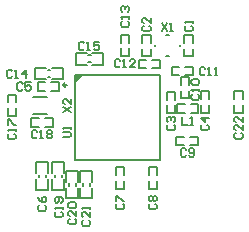
<source format=gto>
G04*
G04 #@! TF.GenerationSoftware,Altium Limited,Altium Designer,21.0.9 (235)*
G04*
G04 Layer_Color=65535*
%FSLAX24Y24*%
%MOIN*%
G70*
G04*
G04 #@! TF.SameCoordinates,252E0407-F01B-489A-8E28-3A3A9F272942*
G04*
G04*
G04 #@! TF.FilePolarity,Positive*
G04*
G01*
G75*
%ADD10C,0.0098*%
%ADD11C,0.0060*%
%ADD12C,0.0079*%
G36*
X-1181Y1378D02*
X-1378Y1181D01*
Y1378D01*
X-1181Y1378D01*
D02*
G37*
D10*
X-1699Y1083D02*
G03*
X-1699Y1083I-49J0D01*
G01*
D11*
X2421Y-925D02*
X2677D01*
X1968D02*
X2224D01*
X2421Y-650D02*
X2677D01*
X1968D02*
X2224D01*
X1968Y-925D02*
Y-650D01*
X2677Y-925D02*
Y-650D01*
X2264Y1407D02*
X2520D01*
X1811D02*
X2067D01*
X2264Y1683D02*
X2520D01*
X1811D02*
X2067D01*
X1811Y1407D02*
Y1683D01*
X2520Y1407D02*
Y1683D01*
X3901Y874D02*
X4177D01*
X3901Y166D02*
X4177D01*
X3901D02*
Y422D01*
Y618D02*
Y874D01*
X4177Y166D02*
Y422D01*
Y618D02*
Y874D01*
X1654Y148D02*
X1930D01*
X1654Y856D02*
X1930D01*
Y601D02*
Y856D01*
Y148D02*
Y404D01*
X1654Y601D02*
Y856D01*
Y148D02*
Y404D01*
X2450Y164D02*
X2706D01*
X1998D02*
X2254D01*
X2450Y440D02*
X2706D01*
X1998D02*
X2254Y440D01*
X1998Y164D02*
Y440D01*
X2706Y164D02*
Y440D01*
X2128Y1354D02*
X2404D01*
X2128Y646D02*
X2404D01*
X2128D02*
X2128Y902D01*
X2128Y1098D02*
Y1354D01*
X2404Y646D02*
Y902D01*
Y1098D02*
Y1354D01*
X2778Y166D02*
X3054D01*
X2778Y874D02*
X3054D01*
X3054Y618D02*
X3054Y874D01*
Y166D02*
Y422D01*
X2778Y874D02*
X2778Y618D01*
X2778Y166D02*
X2778Y422D01*
X1427Y1654D02*
Y1929D01*
X718Y1654D02*
Y1929D01*
X974D01*
X1171D02*
X1427D01*
X718Y1654D02*
X974D01*
X1171D02*
X1427D01*
X1053Y-2372D02*
X1329D01*
X1053Y-1663D02*
X1329D01*
Y-1919D02*
Y-1663D01*
Y-2372D02*
Y-2116D01*
X1053Y-1919D02*
Y-1663D01*
Y-2372D02*
Y-2116D01*
X-39Y-2372D02*
X236D01*
X-39Y-1663D02*
X236D01*
Y-1919D02*
Y-1663D01*
Y-2372D02*
Y-2116D01*
X-39Y-1919D02*
Y-1663D01*
Y-2372D02*
Y-2116D01*
X-2168Y-2411D02*
X-1774D01*
X-2168Y-1486D02*
X-1774D01*
Y-1850D02*
Y-1486D01*
Y-2411D02*
Y-2047D01*
X-2168Y-1850D02*
Y-1486D01*
Y-2411D02*
Y-2047D01*
X-2700Y-2411D02*
X-2306D01*
X-2700Y-1486D02*
X-2306D01*
Y-1850D02*
Y-1486D01*
Y-2411D02*
Y-2047D01*
X-2700Y-1850D02*
Y-1486D01*
Y-2411D02*
Y-2047D01*
X2240Y2045D02*
X2515D01*
X2240Y2754D02*
X2515D01*
Y2498D02*
Y2754D01*
Y2045D02*
Y2301D01*
X2240Y2498D02*
Y2754D01*
Y2045D02*
Y2301D01*
X1615Y2746D02*
X1741D01*
X1252Y2376D02*
Y2423D01*
X1615Y2053D02*
X1741D01*
X2103Y2376D02*
Y2423D01*
X840Y2754D02*
X1115D01*
X840Y2045D02*
X1115D01*
X840D02*
Y2301D01*
Y2498D02*
Y2754D01*
X1115Y2045D02*
Y2301D01*
Y2498D02*
Y2754D01*
X128Y2756D02*
X404D01*
X128Y2047D02*
X404D01*
X128D02*
Y2303D01*
Y2500D02*
Y2756D01*
X404Y2047D02*
Y2303D01*
Y2500D02*
Y2756D01*
X-2746Y1270D02*
Y1663D01*
X-1821Y1270D02*
Y1663D01*
X-2185Y1270D02*
X-1821D01*
X-2746D02*
X-2382D01*
X-2185Y1663D02*
X-1821D01*
X-2746D02*
X-2382D01*
X-2648Y896D02*
Y1171D01*
X-1939Y896D02*
Y1171D01*
X-2195Y896D02*
X-1939D01*
X-2648D02*
X-2392D01*
X-2195Y1171D02*
X-1939D01*
X-2648D02*
X-2392D01*
X-2865Y-305D02*
Y-30D01*
X-2156Y-305D02*
Y-30D01*
X-2412Y-305D02*
X-2156D01*
X-2865D02*
X-2609D01*
X-2412Y-30D02*
X-2156D01*
X-2865D02*
X-2609D01*
X-3652Y768D02*
X-3377D01*
X-3652Y59D02*
X-3377D01*
X-3652D02*
Y315D01*
Y512D02*
Y768D01*
X-3377Y59D02*
Y315D01*
Y512D02*
Y768D01*
X-1693Y-2697D02*
X-1299D01*
X-1693Y-1772D02*
X-1299D01*
Y-2136D02*
Y-1772D01*
Y-2697D02*
Y-2333D01*
X-1693Y-2136D02*
Y-1772D01*
Y-2697D02*
Y-2333D01*
X-1230Y-2697D02*
X-837D01*
X-1230Y-1772D02*
X-837D01*
Y-2136D02*
Y-1772D01*
Y-2697D02*
Y-2333D01*
X-1230Y-2136D02*
Y-1772D01*
Y-2697D02*
Y-2333D01*
X-1388Y1762D02*
Y2156D01*
X-463Y1762D02*
Y2156D01*
X-827Y1762D02*
X-463D01*
X-1388D02*
X-1024D01*
X-827Y2156D02*
X-463D01*
X-1388D02*
X-1024D01*
X2290Y-1075D02*
X2245Y-1030D01*
X2155D01*
X2110Y-1075D01*
Y-1255D01*
X2155Y-1300D01*
X2245D01*
X2290Y-1255D01*
X2380D02*
X2425Y-1300D01*
X2515D01*
X2560Y-1255D01*
Y-1075D01*
X2515Y-1030D01*
X2425D01*
X2380Y-1075D01*
Y-1120D01*
X2425Y-1165D01*
X2560D01*
X2930Y1635D02*
X2885Y1680D01*
X2795D01*
X2750Y1635D01*
Y1455D01*
X2795Y1410D01*
X2885D01*
X2930Y1455D01*
X3020Y1410D02*
X3110D01*
X3065D01*
Y1680D01*
X3020Y1635D01*
X3245Y1410D02*
X3335D01*
X3290D01*
Y1680D01*
X3245Y1635D01*
X3952Y-519D02*
X3908Y-564D01*
Y-654D01*
X3952Y-699D01*
X4132D01*
X4177Y-654D01*
Y-564D01*
X4132Y-519D01*
X4177Y-249D02*
Y-429D01*
X3997Y-249D01*
X3952D01*
X3908Y-294D01*
Y-384D01*
X3952Y-429D01*
X4177Y21D02*
Y-159D01*
X3997Y21D01*
X3952D01*
X3908Y-24D01*
Y-114D01*
X3952Y-159D01*
X1702Y-250D02*
X1658Y-295D01*
Y-385D01*
X1702Y-430D01*
X1882D01*
X1927Y-385D01*
Y-295D01*
X1882Y-250D01*
X1702Y-160D02*
X1658Y-115D01*
Y-25D01*
X1702Y20D01*
X1747D01*
X1792Y-25D01*
Y-70D01*
Y-25D01*
X1837Y20D01*
X1882D01*
X1927Y-25D01*
Y-115D01*
X1882Y-160D01*
X2167Y20D02*
Y-250D01*
X2347D01*
X2437D02*
X2527D01*
X2482D01*
Y20D01*
X2437Y-25D01*
X2515Y780D02*
X2470Y735D01*
Y645D01*
X2515Y600D01*
X2695D01*
X2740Y645D01*
Y735D01*
X2695Y780D01*
X2740Y870D02*
Y960D01*
Y915D01*
X2470D01*
X2515Y870D01*
Y1095D02*
X2470Y1140D01*
Y1230D01*
X2515Y1275D01*
X2695D01*
X2740Y1230D01*
Y1140D01*
X2695Y1095D01*
X2515D01*
X2822Y-250D02*
X2778Y-295D01*
Y-385D01*
X2822Y-430D01*
X3002D01*
X3047Y-385D01*
Y-295D01*
X3002Y-250D01*
X3047Y-25D02*
X2778D01*
X2912Y-160D01*
Y20D01*
X175Y3210D02*
X130Y3165D01*
Y3075D01*
X175Y3030D01*
X355D01*
X400Y3075D01*
Y3165D01*
X355Y3210D01*
X400Y3300D02*
Y3390D01*
Y3345D01*
X130D01*
X175Y3300D01*
Y3525D02*
X130Y3570D01*
Y3660D01*
X175Y3705D01*
X220D01*
X265Y3660D01*
Y3615D01*
Y3660D01*
X310Y3705D01*
X355D01*
X400Y3660D01*
Y3570D01*
X355Y3525D01*
X103Y1895D02*
X58Y1940D01*
X-32D01*
X-77Y1895D01*
Y1715D01*
X-32Y1670D01*
X58D01*
X103Y1715D01*
X193Y1670D02*
X283D01*
X238D01*
Y1940D01*
X193Y1895D01*
X598Y1670D02*
X418D01*
X598Y1850D01*
Y1895D01*
X553Y1940D01*
X463D01*
X418Y1895D01*
X-1587Y-3370D02*
X-1632Y-3415D01*
Y-3505D01*
X-1587Y-3550D01*
X-1408D01*
X-1363Y-3505D01*
Y-3415D01*
X-1408Y-3370D01*
X-1363Y-3100D02*
Y-3280D01*
X-1543Y-3100D01*
X-1587D01*
X-1632Y-3145D01*
Y-3235D01*
X-1587Y-3280D01*
Y-3010D02*
X-1632Y-2965D01*
Y-2875D01*
X-1587Y-2830D01*
X-1408D01*
X-1363Y-2875D01*
Y-2965D01*
X-1408Y-3010D01*
X-1587D01*
X-2045Y-3150D02*
X-2090Y-3195D01*
Y-3285D01*
X-2045Y-3330D01*
X-1865D01*
X-1820Y-3285D01*
Y-3195D01*
X-1865Y-3150D01*
X-1820Y-3060D02*
Y-2970D01*
Y-3015D01*
X-2090D01*
X-2045Y-3060D01*
X-1865Y-2835D02*
X-1820Y-2790D01*
Y-2700D01*
X-1865Y-2655D01*
X-2045D01*
X-2090Y-2700D01*
Y-2790D01*
X-2045Y-2835D01*
X-2000D01*
X-1955Y-2790D01*
Y-2655D01*
X-2670Y-465D02*
X-2715Y-420D01*
X-2805D01*
X-2850Y-465D01*
Y-645D01*
X-2805Y-690D01*
X-2715D01*
X-2670Y-645D01*
X-2580Y-690D02*
X-2490D01*
X-2535D01*
Y-420D01*
X-2580Y-465D01*
X-2355D02*
X-2310Y-420D01*
X-2220D01*
X-2175Y-465D01*
Y-510D01*
X-2220Y-555D01*
X-2175Y-600D01*
Y-645D01*
X-2220Y-690D01*
X-2310D01*
X-2355Y-645D01*
Y-600D01*
X-2310Y-555D01*
X-2355Y-510D01*
Y-465D01*
X-2310Y-555D02*
X-2220D01*
X-3605Y-550D02*
X-3650Y-595D01*
Y-685D01*
X-3605Y-730D01*
X-3425D01*
X-3380Y-685D01*
Y-595D01*
X-3425Y-550D01*
X-3380Y-460D02*
Y-370D01*
Y-415D01*
X-3650D01*
X-3605Y-460D01*
X-3650Y-235D02*
Y-55D01*
X-3605D01*
X-3425Y-235D01*
X-3380D01*
X-3150Y1125D02*
X-3195Y1170D01*
X-3285D01*
X-3330Y1125D01*
Y945D01*
X-3285Y900D01*
X-3195D01*
X-3150Y945D01*
X-2880Y1170D02*
X-3060D01*
Y1035D01*
X-2970Y1080D01*
X-2925D01*
X-2880Y1035D01*
Y945D01*
X-2925Y900D01*
X-3015D01*
X-3060Y945D01*
X-2595Y-2920D02*
X-2640Y-2965D01*
Y-3055D01*
X-2595Y-3100D01*
X-2415D01*
X-2370Y-3055D01*
Y-2965D01*
X-2415Y-2920D01*
X-2640Y-2650D02*
X-2595Y-2740D01*
X-2505Y-2830D01*
X-2415D01*
X-2370Y-2785D01*
Y-2695D01*
X-2415Y-2650D01*
X-2460D01*
X-2505Y-2695D01*
Y-2830D01*
X1095Y-2870D02*
X1050Y-2915D01*
Y-3005D01*
X1095Y-3050D01*
X1275D01*
X1320Y-3005D01*
Y-2915D01*
X1275Y-2870D01*
X1095Y-2780D02*
X1050Y-2735D01*
Y-2645D01*
X1095Y-2600D01*
X1140D01*
X1185Y-2645D01*
X1230Y-2600D01*
X1275D01*
X1320Y-2645D01*
Y-2735D01*
X1275Y-2780D01*
X1230D01*
X1185Y-2735D01*
X1140Y-2780D01*
X1095D01*
X1185Y-2735D02*
Y-2645D01*
X2295Y3050D02*
X2250Y3005D01*
Y2915D01*
X2295Y2870D01*
X2475D01*
X2520Y2915D01*
Y3005D01*
X2475Y3050D01*
X2520Y3140D02*
Y3230D01*
Y3185D01*
X2250D01*
X2295Y3140D01*
X1490Y3160D02*
X1670Y2890D01*
Y3160D02*
X1490Y2890D01*
X1760D02*
X1850D01*
X1805D01*
Y3160D01*
X1760Y3115D01*
X5Y-2870D02*
X-40Y-2915D01*
Y-3005D01*
X5Y-3050D01*
X185D01*
X230Y-3005D01*
Y-2915D01*
X185Y-2870D01*
X-40Y-2780D02*
Y-2600D01*
X5D01*
X185Y-2780D01*
X230D01*
X885Y3050D02*
X840Y3005D01*
Y2915D01*
X885Y2870D01*
X1065D01*
X1110Y2915D01*
Y3005D01*
X1065Y3050D01*
X1110Y3320D02*
Y3140D01*
X930Y3320D01*
X885D01*
X840Y3275D01*
Y3185D01*
X885Y3140D01*
X-1819Y-660D02*
X-1594D01*
X-1549Y-615D01*
Y-525D01*
X-1594Y-480D01*
X-1819D01*
X-1549Y-390D02*
Y-300D01*
Y-345D01*
X-1819D01*
X-1774Y-390D01*
X-1800Y170D02*
X-1530Y350D01*
X-1800D02*
X-1530Y170D01*
Y620D02*
Y440D01*
X-1710Y620D01*
X-1755D01*
X-1800Y575D01*
Y485D01*
X-1755Y440D01*
X-1100Y2475D02*
X-1145Y2520D01*
X-1235D01*
X-1280Y2475D01*
Y2295D01*
X-1235Y2250D01*
X-1145D01*
X-1100Y2295D01*
X-1010Y2250D02*
X-920D01*
X-965D01*
Y2520D01*
X-1010Y2475D01*
X-605Y2520D02*
X-785D01*
Y2385D01*
X-695Y2430D01*
X-650D01*
X-605Y2385D01*
Y2295D01*
X-650Y2250D01*
X-740D01*
X-785Y2295D01*
X-3500Y1555D02*
X-3545Y1600D01*
X-3635D01*
X-3680Y1555D01*
Y1375D01*
X-3635Y1330D01*
X-3545D01*
X-3500Y1375D01*
X-3410Y1330D02*
X-3320D01*
X-3365D01*
Y1600D01*
X-3410Y1555D01*
X-3050Y1330D02*
Y1600D01*
X-3185Y1465D01*
X-3005D01*
X-1128Y-3420D02*
X-1172Y-3465D01*
Y-3555D01*
X-1128Y-3600D01*
X-948D01*
X-903Y-3555D01*
Y-3465D01*
X-948Y-3420D01*
X-903Y-3150D02*
Y-3330D01*
X-1083Y-3150D01*
X-1128D01*
X-1172Y-3195D01*
Y-3285D01*
X-1128Y-3330D01*
X-903Y-3060D02*
Y-2970D01*
Y-3015D01*
X-1172D01*
X-1128Y-3060D01*
D12*
X-1853Y-1988D02*
Y-1909D01*
X-2089Y-1988D02*
Y-1909D01*
X-2385Y-1988D02*
Y-1909D01*
X-2621Y-1988D02*
Y-1909D01*
X-2323Y1348D02*
X-2244D01*
X-2323Y1585D02*
X-2244D01*
X-1378Y-2274D02*
Y-2195D01*
X-1614Y-2274D02*
Y-2195D01*
X-915Y-2274D02*
Y-2195D01*
X-1152Y-2274D02*
Y-2195D01*
X-965Y1841D02*
X-886D01*
X-965Y2077D02*
X-886D01*
X-1417Y-1417D02*
Y1417D01*
X1417Y-1417D02*
Y1417D01*
X-1417D02*
X1417D01*
X-1417Y-1417D02*
X1417D01*
X-2806Y108D02*
X-2334D01*
X-2806Y699D02*
X-2334D01*
M02*

</source>
